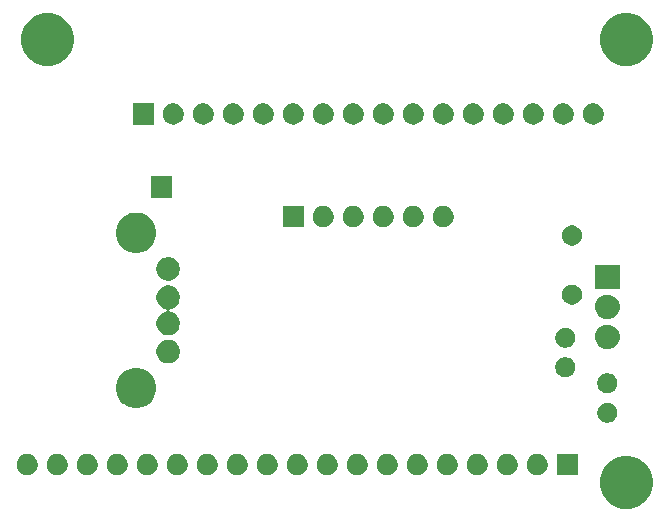
<source format=gbr>
G04 #@! TF.GenerationSoftware,KiCad,Pcbnew,(5.1.5)-3*
G04 #@! TF.CreationDate,2020-02-07T13:22:38-05:00*
G04 #@! TF.ProjectId,Flash Memory BoB,466c6173-6820-44d6-956d-6f727920426f,rev?*
G04 #@! TF.SameCoordinates,Original*
G04 #@! TF.FileFunction,Soldermask,Bot*
G04 #@! TF.FilePolarity,Negative*
%FSLAX46Y46*%
G04 Gerber Fmt 4.6, Leading zero omitted, Abs format (unit mm)*
G04 Created by KiCad (PCBNEW (5.1.5)-3) date 2020-02-07 13:22:38*
%MOMM*%
%LPD*%
G04 APERTURE LIST*
%ADD10C,0.100000*%
G04 APERTURE END LIST*
D10*
G36*
X132275880Y-73759776D02*
G01*
X132656593Y-73835504D01*
X133066249Y-74005189D01*
X133434929Y-74251534D01*
X133748466Y-74565071D01*
X133994811Y-74933751D01*
X134164496Y-75343407D01*
X134251000Y-75778296D01*
X134251000Y-76221704D01*
X134164496Y-76656593D01*
X133994811Y-77066249D01*
X133748466Y-77434929D01*
X133434929Y-77748466D01*
X133066249Y-77994811D01*
X132656593Y-78164496D01*
X132275880Y-78240224D01*
X132221705Y-78251000D01*
X131778295Y-78251000D01*
X131724120Y-78240224D01*
X131343407Y-78164496D01*
X130933751Y-77994811D01*
X130565071Y-77748466D01*
X130251534Y-77434929D01*
X130005189Y-77066249D01*
X129835504Y-76656593D01*
X129749000Y-76221704D01*
X129749000Y-75778296D01*
X129835504Y-75343407D01*
X130005189Y-74933751D01*
X130251534Y-74565071D01*
X130565071Y-74251534D01*
X130933751Y-74005189D01*
X131343407Y-73835504D01*
X131724120Y-73759776D01*
X131778295Y-73749000D01*
X132221705Y-73749000D01*
X132275880Y-73759776D01*
G37*
G36*
X91553512Y-73603927D02*
G01*
X91702812Y-73633624D01*
X91866784Y-73701544D01*
X92014354Y-73800147D01*
X92139853Y-73925646D01*
X92238456Y-74073216D01*
X92306376Y-74237188D01*
X92341000Y-74411259D01*
X92341000Y-74588741D01*
X92306376Y-74762812D01*
X92238456Y-74926784D01*
X92139853Y-75074354D01*
X92014354Y-75199853D01*
X91866784Y-75298456D01*
X91702812Y-75366376D01*
X91553512Y-75396073D01*
X91528742Y-75401000D01*
X91351258Y-75401000D01*
X91326488Y-75396073D01*
X91177188Y-75366376D01*
X91013216Y-75298456D01*
X90865646Y-75199853D01*
X90740147Y-75074354D01*
X90641544Y-74926784D01*
X90573624Y-74762812D01*
X90539000Y-74588741D01*
X90539000Y-74411259D01*
X90573624Y-74237188D01*
X90641544Y-74073216D01*
X90740147Y-73925646D01*
X90865646Y-73800147D01*
X91013216Y-73701544D01*
X91177188Y-73633624D01*
X91326488Y-73603927D01*
X91351258Y-73599000D01*
X91528742Y-73599000D01*
X91553512Y-73603927D01*
G37*
G36*
X81393512Y-73603927D02*
G01*
X81542812Y-73633624D01*
X81706784Y-73701544D01*
X81854354Y-73800147D01*
X81979853Y-73925646D01*
X82078456Y-74073216D01*
X82146376Y-74237188D01*
X82181000Y-74411259D01*
X82181000Y-74588741D01*
X82146376Y-74762812D01*
X82078456Y-74926784D01*
X81979853Y-75074354D01*
X81854354Y-75199853D01*
X81706784Y-75298456D01*
X81542812Y-75366376D01*
X81393512Y-75396073D01*
X81368742Y-75401000D01*
X81191258Y-75401000D01*
X81166488Y-75396073D01*
X81017188Y-75366376D01*
X80853216Y-75298456D01*
X80705646Y-75199853D01*
X80580147Y-75074354D01*
X80481544Y-74926784D01*
X80413624Y-74762812D01*
X80379000Y-74588741D01*
X80379000Y-74411259D01*
X80413624Y-74237188D01*
X80481544Y-74073216D01*
X80580147Y-73925646D01*
X80705646Y-73800147D01*
X80853216Y-73701544D01*
X81017188Y-73633624D01*
X81166488Y-73603927D01*
X81191258Y-73599000D01*
X81368742Y-73599000D01*
X81393512Y-73603927D01*
G37*
G36*
X83933512Y-73603927D02*
G01*
X84082812Y-73633624D01*
X84246784Y-73701544D01*
X84394354Y-73800147D01*
X84519853Y-73925646D01*
X84618456Y-74073216D01*
X84686376Y-74237188D01*
X84721000Y-74411259D01*
X84721000Y-74588741D01*
X84686376Y-74762812D01*
X84618456Y-74926784D01*
X84519853Y-75074354D01*
X84394354Y-75199853D01*
X84246784Y-75298456D01*
X84082812Y-75366376D01*
X83933512Y-75396073D01*
X83908742Y-75401000D01*
X83731258Y-75401000D01*
X83706488Y-75396073D01*
X83557188Y-75366376D01*
X83393216Y-75298456D01*
X83245646Y-75199853D01*
X83120147Y-75074354D01*
X83021544Y-74926784D01*
X82953624Y-74762812D01*
X82919000Y-74588741D01*
X82919000Y-74411259D01*
X82953624Y-74237188D01*
X83021544Y-74073216D01*
X83120147Y-73925646D01*
X83245646Y-73800147D01*
X83393216Y-73701544D01*
X83557188Y-73633624D01*
X83706488Y-73603927D01*
X83731258Y-73599000D01*
X83908742Y-73599000D01*
X83933512Y-73603927D01*
G37*
G36*
X86473512Y-73603927D02*
G01*
X86622812Y-73633624D01*
X86786784Y-73701544D01*
X86934354Y-73800147D01*
X87059853Y-73925646D01*
X87158456Y-74073216D01*
X87226376Y-74237188D01*
X87261000Y-74411259D01*
X87261000Y-74588741D01*
X87226376Y-74762812D01*
X87158456Y-74926784D01*
X87059853Y-75074354D01*
X86934354Y-75199853D01*
X86786784Y-75298456D01*
X86622812Y-75366376D01*
X86473512Y-75396073D01*
X86448742Y-75401000D01*
X86271258Y-75401000D01*
X86246488Y-75396073D01*
X86097188Y-75366376D01*
X85933216Y-75298456D01*
X85785646Y-75199853D01*
X85660147Y-75074354D01*
X85561544Y-74926784D01*
X85493624Y-74762812D01*
X85459000Y-74588741D01*
X85459000Y-74411259D01*
X85493624Y-74237188D01*
X85561544Y-74073216D01*
X85660147Y-73925646D01*
X85785646Y-73800147D01*
X85933216Y-73701544D01*
X86097188Y-73633624D01*
X86246488Y-73603927D01*
X86271258Y-73599000D01*
X86448742Y-73599000D01*
X86473512Y-73603927D01*
G37*
G36*
X89013512Y-73603927D02*
G01*
X89162812Y-73633624D01*
X89326784Y-73701544D01*
X89474354Y-73800147D01*
X89599853Y-73925646D01*
X89698456Y-74073216D01*
X89766376Y-74237188D01*
X89801000Y-74411259D01*
X89801000Y-74588741D01*
X89766376Y-74762812D01*
X89698456Y-74926784D01*
X89599853Y-75074354D01*
X89474354Y-75199853D01*
X89326784Y-75298456D01*
X89162812Y-75366376D01*
X89013512Y-75396073D01*
X88988742Y-75401000D01*
X88811258Y-75401000D01*
X88786488Y-75396073D01*
X88637188Y-75366376D01*
X88473216Y-75298456D01*
X88325646Y-75199853D01*
X88200147Y-75074354D01*
X88101544Y-74926784D01*
X88033624Y-74762812D01*
X87999000Y-74588741D01*
X87999000Y-74411259D01*
X88033624Y-74237188D01*
X88101544Y-74073216D01*
X88200147Y-73925646D01*
X88325646Y-73800147D01*
X88473216Y-73701544D01*
X88637188Y-73633624D01*
X88786488Y-73603927D01*
X88811258Y-73599000D01*
X88988742Y-73599000D01*
X89013512Y-73603927D01*
G37*
G36*
X94093512Y-73603927D02*
G01*
X94242812Y-73633624D01*
X94406784Y-73701544D01*
X94554354Y-73800147D01*
X94679853Y-73925646D01*
X94778456Y-74073216D01*
X94846376Y-74237188D01*
X94881000Y-74411259D01*
X94881000Y-74588741D01*
X94846376Y-74762812D01*
X94778456Y-74926784D01*
X94679853Y-75074354D01*
X94554354Y-75199853D01*
X94406784Y-75298456D01*
X94242812Y-75366376D01*
X94093512Y-75396073D01*
X94068742Y-75401000D01*
X93891258Y-75401000D01*
X93866488Y-75396073D01*
X93717188Y-75366376D01*
X93553216Y-75298456D01*
X93405646Y-75199853D01*
X93280147Y-75074354D01*
X93181544Y-74926784D01*
X93113624Y-74762812D01*
X93079000Y-74588741D01*
X93079000Y-74411259D01*
X93113624Y-74237188D01*
X93181544Y-74073216D01*
X93280147Y-73925646D01*
X93405646Y-73800147D01*
X93553216Y-73701544D01*
X93717188Y-73633624D01*
X93866488Y-73603927D01*
X93891258Y-73599000D01*
X94068742Y-73599000D01*
X94093512Y-73603927D01*
G37*
G36*
X96633512Y-73603927D02*
G01*
X96782812Y-73633624D01*
X96946784Y-73701544D01*
X97094354Y-73800147D01*
X97219853Y-73925646D01*
X97318456Y-74073216D01*
X97386376Y-74237188D01*
X97421000Y-74411259D01*
X97421000Y-74588741D01*
X97386376Y-74762812D01*
X97318456Y-74926784D01*
X97219853Y-75074354D01*
X97094354Y-75199853D01*
X96946784Y-75298456D01*
X96782812Y-75366376D01*
X96633512Y-75396073D01*
X96608742Y-75401000D01*
X96431258Y-75401000D01*
X96406488Y-75396073D01*
X96257188Y-75366376D01*
X96093216Y-75298456D01*
X95945646Y-75199853D01*
X95820147Y-75074354D01*
X95721544Y-74926784D01*
X95653624Y-74762812D01*
X95619000Y-74588741D01*
X95619000Y-74411259D01*
X95653624Y-74237188D01*
X95721544Y-74073216D01*
X95820147Y-73925646D01*
X95945646Y-73800147D01*
X96093216Y-73701544D01*
X96257188Y-73633624D01*
X96406488Y-73603927D01*
X96431258Y-73599000D01*
X96608742Y-73599000D01*
X96633512Y-73603927D01*
G37*
G36*
X99173512Y-73603927D02*
G01*
X99322812Y-73633624D01*
X99486784Y-73701544D01*
X99634354Y-73800147D01*
X99759853Y-73925646D01*
X99858456Y-74073216D01*
X99926376Y-74237188D01*
X99961000Y-74411259D01*
X99961000Y-74588741D01*
X99926376Y-74762812D01*
X99858456Y-74926784D01*
X99759853Y-75074354D01*
X99634354Y-75199853D01*
X99486784Y-75298456D01*
X99322812Y-75366376D01*
X99173512Y-75396073D01*
X99148742Y-75401000D01*
X98971258Y-75401000D01*
X98946488Y-75396073D01*
X98797188Y-75366376D01*
X98633216Y-75298456D01*
X98485646Y-75199853D01*
X98360147Y-75074354D01*
X98261544Y-74926784D01*
X98193624Y-74762812D01*
X98159000Y-74588741D01*
X98159000Y-74411259D01*
X98193624Y-74237188D01*
X98261544Y-74073216D01*
X98360147Y-73925646D01*
X98485646Y-73800147D01*
X98633216Y-73701544D01*
X98797188Y-73633624D01*
X98946488Y-73603927D01*
X98971258Y-73599000D01*
X99148742Y-73599000D01*
X99173512Y-73603927D01*
G37*
G36*
X101713512Y-73603927D02*
G01*
X101862812Y-73633624D01*
X102026784Y-73701544D01*
X102174354Y-73800147D01*
X102299853Y-73925646D01*
X102398456Y-74073216D01*
X102466376Y-74237188D01*
X102501000Y-74411259D01*
X102501000Y-74588741D01*
X102466376Y-74762812D01*
X102398456Y-74926784D01*
X102299853Y-75074354D01*
X102174354Y-75199853D01*
X102026784Y-75298456D01*
X101862812Y-75366376D01*
X101713512Y-75396073D01*
X101688742Y-75401000D01*
X101511258Y-75401000D01*
X101486488Y-75396073D01*
X101337188Y-75366376D01*
X101173216Y-75298456D01*
X101025646Y-75199853D01*
X100900147Y-75074354D01*
X100801544Y-74926784D01*
X100733624Y-74762812D01*
X100699000Y-74588741D01*
X100699000Y-74411259D01*
X100733624Y-74237188D01*
X100801544Y-74073216D01*
X100900147Y-73925646D01*
X101025646Y-73800147D01*
X101173216Y-73701544D01*
X101337188Y-73633624D01*
X101486488Y-73603927D01*
X101511258Y-73599000D01*
X101688742Y-73599000D01*
X101713512Y-73603927D01*
G37*
G36*
X109333512Y-73603927D02*
G01*
X109482812Y-73633624D01*
X109646784Y-73701544D01*
X109794354Y-73800147D01*
X109919853Y-73925646D01*
X110018456Y-74073216D01*
X110086376Y-74237188D01*
X110121000Y-74411259D01*
X110121000Y-74588741D01*
X110086376Y-74762812D01*
X110018456Y-74926784D01*
X109919853Y-75074354D01*
X109794354Y-75199853D01*
X109646784Y-75298456D01*
X109482812Y-75366376D01*
X109333512Y-75396073D01*
X109308742Y-75401000D01*
X109131258Y-75401000D01*
X109106488Y-75396073D01*
X108957188Y-75366376D01*
X108793216Y-75298456D01*
X108645646Y-75199853D01*
X108520147Y-75074354D01*
X108421544Y-74926784D01*
X108353624Y-74762812D01*
X108319000Y-74588741D01*
X108319000Y-74411259D01*
X108353624Y-74237188D01*
X108421544Y-74073216D01*
X108520147Y-73925646D01*
X108645646Y-73800147D01*
X108793216Y-73701544D01*
X108957188Y-73633624D01*
X109106488Y-73603927D01*
X109131258Y-73599000D01*
X109308742Y-73599000D01*
X109333512Y-73603927D01*
G37*
G36*
X104253512Y-73603927D02*
G01*
X104402812Y-73633624D01*
X104566784Y-73701544D01*
X104714354Y-73800147D01*
X104839853Y-73925646D01*
X104938456Y-74073216D01*
X105006376Y-74237188D01*
X105041000Y-74411259D01*
X105041000Y-74588741D01*
X105006376Y-74762812D01*
X104938456Y-74926784D01*
X104839853Y-75074354D01*
X104714354Y-75199853D01*
X104566784Y-75298456D01*
X104402812Y-75366376D01*
X104253512Y-75396073D01*
X104228742Y-75401000D01*
X104051258Y-75401000D01*
X104026488Y-75396073D01*
X103877188Y-75366376D01*
X103713216Y-75298456D01*
X103565646Y-75199853D01*
X103440147Y-75074354D01*
X103341544Y-74926784D01*
X103273624Y-74762812D01*
X103239000Y-74588741D01*
X103239000Y-74411259D01*
X103273624Y-74237188D01*
X103341544Y-74073216D01*
X103440147Y-73925646D01*
X103565646Y-73800147D01*
X103713216Y-73701544D01*
X103877188Y-73633624D01*
X104026488Y-73603927D01*
X104051258Y-73599000D01*
X104228742Y-73599000D01*
X104253512Y-73603927D01*
G37*
G36*
X127901000Y-75401000D02*
G01*
X126099000Y-75401000D01*
X126099000Y-73599000D01*
X127901000Y-73599000D01*
X127901000Y-75401000D01*
G37*
G36*
X124573512Y-73603927D02*
G01*
X124722812Y-73633624D01*
X124886784Y-73701544D01*
X125034354Y-73800147D01*
X125159853Y-73925646D01*
X125258456Y-74073216D01*
X125326376Y-74237188D01*
X125361000Y-74411259D01*
X125361000Y-74588741D01*
X125326376Y-74762812D01*
X125258456Y-74926784D01*
X125159853Y-75074354D01*
X125034354Y-75199853D01*
X124886784Y-75298456D01*
X124722812Y-75366376D01*
X124573512Y-75396073D01*
X124548742Y-75401000D01*
X124371258Y-75401000D01*
X124346488Y-75396073D01*
X124197188Y-75366376D01*
X124033216Y-75298456D01*
X123885646Y-75199853D01*
X123760147Y-75074354D01*
X123661544Y-74926784D01*
X123593624Y-74762812D01*
X123559000Y-74588741D01*
X123559000Y-74411259D01*
X123593624Y-74237188D01*
X123661544Y-74073216D01*
X123760147Y-73925646D01*
X123885646Y-73800147D01*
X124033216Y-73701544D01*
X124197188Y-73633624D01*
X124346488Y-73603927D01*
X124371258Y-73599000D01*
X124548742Y-73599000D01*
X124573512Y-73603927D01*
G37*
G36*
X122033512Y-73603927D02*
G01*
X122182812Y-73633624D01*
X122346784Y-73701544D01*
X122494354Y-73800147D01*
X122619853Y-73925646D01*
X122718456Y-74073216D01*
X122786376Y-74237188D01*
X122821000Y-74411259D01*
X122821000Y-74588741D01*
X122786376Y-74762812D01*
X122718456Y-74926784D01*
X122619853Y-75074354D01*
X122494354Y-75199853D01*
X122346784Y-75298456D01*
X122182812Y-75366376D01*
X122033512Y-75396073D01*
X122008742Y-75401000D01*
X121831258Y-75401000D01*
X121806488Y-75396073D01*
X121657188Y-75366376D01*
X121493216Y-75298456D01*
X121345646Y-75199853D01*
X121220147Y-75074354D01*
X121121544Y-74926784D01*
X121053624Y-74762812D01*
X121019000Y-74588741D01*
X121019000Y-74411259D01*
X121053624Y-74237188D01*
X121121544Y-74073216D01*
X121220147Y-73925646D01*
X121345646Y-73800147D01*
X121493216Y-73701544D01*
X121657188Y-73633624D01*
X121806488Y-73603927D01*
X121831258Y-73599000D01*
X122008742Y-73599000D01*
X122033512Y-73603927D01*
G37*
G36*
X119493512Y-73603927D02*
G01*
X119642812Y-73633624D01*
X119806784Y-73701544D01*
X119954354Y-73800147D01*
X120079853Y-73925646D01*
X120178456Y-74073216D01*
X120246376Y-74237188D01*
X120281000Y-74411259D01*
X120281000Y-74588741D01*
X120246376Y-74762812D01*
X120178456Y-74926784D01*
X120079853Y-75074354D01*
X119954354Y-75199853D01*
X119806784Y-75298456D01*
X119642812Y-75366376D01*
X119493512Y-75396073D01*
X119468742Y-75401000D01*
X119291258Y-75401000D01*
X119266488Y-75396073D01*
X119117188Y-75366376D01*
X118953216Y-75298456D01*
X118805646Y-75199853D01*
X118680147Y-75074354D01*
X118581544Y-74926784D01*
X118513624Y-74762812D01*
X118479000Y-74588741D01*
X118479000Y-74411259D01*
X118513624Y-74237188D01*
X118581544Y-74073216D01*
X118680147Y-73925646D01*
X118805646Y-73800147D01*
X118953216Y-73701544D01*
X119117188Y-73633624D01*
X119266488Y-73603927D01*
X119291258Y-73599000D01*
X119468742Y-73599000D01*
X119493512Y-73603927D01*
G37*
G36*
X116953512Y-73603927D02*
G01*
X117102812Y-73633624D01*
X117266784Y-73701544D01*
X117414354Y-73800147D01*
X117539853Y-73925646D01*
X117638456Y-74073216D01*
X117706376Y-74237188D01*
X117741000Y-74411259D01*
X117741000Y-74588741D01*
X117706376Y-74762812D01*
X117638456Y-74926784D01*
X117539853Y-75074354D01*
X117414354Y-75199853D01*
X117266784Y-75298456D01*
X117102812Y-75366376D01*
X116953512Y-75396073D01*
X116928742Y-75401000D01*
X116751258Y-75401000D01*
X116726488Y-75396073D01*
X116577188Y-75366376D01*
X116413216Y-75298456D01*
X116265646Y-75199853D01*
X116140147Y-75074354D01*
X116041544Y-74926784D01*
X115973624Y-74762812D01*
X115939000Y-74588741D01*
X115939000Y-74411259D01*
X115973624Y-74237188D01*
X116041544Y-74073216D01*
X116140147Y-73925646D01*
X116265646Y-73800147D01*
X116413216Y-73701544D01*
X116577188Y-73633624D01*
X116726488Y-73603927D01*
X116751258Y-73599000D01*
X116928742Y-73599000D01*
X116953512Y-73603927D01*
G37*
G36*
X114413512Y-73603927D02*
G01*
X114562812Y-73633624D01*
X114726784Y-73701544D01*
X114874354Y-73800147D01*
X114999853Y-73925646D01*
X115098456Y-74073216D01*
X115166376Y-74237188D01*
X115201000Y-74411259D01*
X115201000Y-74588741D01*
X115166376Y-74762812D01*
X115098456Y-74926784D01*
X114999853Y-75074354D01*
X114874354Y-75199853D01*
X114726784Y-75298456D01*
X114562812Y-75366376D01*
X114413512Y-75396073D01*
X114388742Y-75401000D01*
X114211258Y-75401000D01*
X114186488Y-75396073D01*
X114037188Y-75366376D01*
X113873216Y-75298456D01*
X113725646Y-75199853D01*
X113600147Y-75074354D01*
X113501544Y-74926784D01*
X113433624Y-74762812D01*
X113399000Y-74588741D01*
X113399000Y-74411259D01*
X113433624Y-74237188D01*
X113501544Y-74073216D01*
X113600147Y-73925646D01*
X113725646Y-73800147D01*
X113873216Y-73701544D01*
X114037188Y-73633624D01*
X114186488Y-73603927D01*
X114211258Y-73599000D01*
X114388742Y-73599000D01*
X114413512Y-73603927D01*
G37*
G36*
X111873512Y-73603927D02*
G01*
X112022812Y-73633624D01*
X112186784Y-73701544D01*
X112334354Y-73800147D01*
X112459853Y-73925646D01*
X112558456Y-74073216D01*
X112626376Y-74237188D01*
X112661000Y-74411259D01*
X112661000Y-74588741D01*
X112626376Y-74762812D01*
X112558456Y-74926784D01*
X112459853Y-75074354D01*
X112334354Y-75199853D01*
X112186784Y-75298456D01*
X112022812Y-75366376D01*
X111873512Y-75396073D01*
X111848742Y-75401000D01*
X111671258Y-75401000D01*
X111646488Y-75396073D01*
X111497188Y-75366376D01*
X111333216Y-75298456D01*
X111185646Y-75199853D01*
X111060147Y-75074354D01*
X110961544Y-74926784D01*
X110893624Y-74762812D01*
X110859000Y-74588741D01*
X110859000Y-74411259D01*
X110893624Y-74237188D01*
X110961544Y-74073216D01*
X111060147Y-73925646D01*
X111185646Y-73800147D01*
X111333216Y-73701544D01*
X111497188Y-73633624D01*
X111646488Y-73603927D01*
X111671258Y-73599000D01*
X111848742Y-73599000D01*
X111873512Y-73603927D01*
G37*
G36*
X106793512Y-73603927D02*
G01*
X106942812Y-73633624D01*
X107106784Y-73701544D01*
X107254354Y-73800147D01*
X107379853Y-73925646D01*
X107478456Y-74073216D01*
X107546376Y-74237188D01*
X107581000Y-74411259D01*
X107581000Y-74588741D01*
X107546376Y-74762812D01*
X107478456Y-74926784D01*
X107379853Y-75074354D01*
X107254354Y-75199853D01*
X107106784Y-75298456D01*
X106942812Y-75366376D01*
X106793512Y-75396073D01*
X106768742Y-75401000D01*
X106591258Y-75401000D01*
X106566488Y-75396073D01*
X106417188Y-75366376D01*
X106253216Y-75298456D01*
X106105646Y-75199853D01*
X105980147Y-75074354D01*
X105881544Y-74926784D01*
X105813624Y-74762812D01*
X105779000Y-74588741D01*
X105779000Y-74411259D01*
X105813624Y-74237188D01*
X105881544Y-74073216D01*
X105980147Y-73925646D01*
X106105646Y-73800147D01*
X106253216Y-73701544D01*
X106417188Y-73633624D01*
X106566488Y-73603927D01*
X106591258Y-73599000D01*
X106768742Y-73599000D01*
X106793512Y-73603927D01*
G37*
G36*
X130648228Y-69281703D02*
G01*
X130803100Y-69345853D01*
X130942481Y-69438985D01*
X131061015Y-69557519D01*
X131154147Y-69696900D01*
X131218297Y-69851772D01*
X131251000Y-70016184D01*
X131251000Y-70183816D01*
X131218297Y-70348228D01*
X131154147Y-70503100D01*
X131061015Y-70642481D01*
X130942481Y-70761015D01*
X130803100Y-70854147D01*
X130648228Y-70918297D01*
X130483816Y-70951000D01*
X130316184Y-70951000D01*
X130151772Y-70918297D01*
X129996900Y-70854147D01*
X129857519Y-70761015D01*
X129738985Y-70642481D01*
X129645853Y-70503100D01*
X129581703Y-70348228D01*
X129549000Y-70183816D01*
X129549000Y-70016184D01*
X129581703Y-69851772D01*
X129645853Y-69696900D01*
X129738985Y-69557519D01*
X129857519Y-69438985D01*
X129996900Y-69345853D01*
X130151772Y-69281703D01*
X130316184Y-69249000D01*
X130483816Y-69249000D01*
X130648228Y-69281703D01*
G37*
G36*
X90996162Y-66364368D02*
G01*
X91305724Y-66492593D01*
X91398170Y-66554363D01*
X91584324Y-66678747D01*
X91821253Y-66915676D01*
X91945082Y-67101000D01*
X92007407Y-67194276D01*
X92135632Y-67503838D01*
X92201000Y-67832465D01*
X92201000Y-68167535D01*
X92135632Y-68496162D01*
X92007407Y-68805724D01*
X92007406Y-68805725D01*
X91821253Y-69084324D01*
X91584324Y-69321253D01*
X91547507Y-69345853D01*
X91305724Y-69507407D01*
X90996162Y-69635632D01*
X90667535Y-69701000D01*
X90332465Y-69701000D01*
X90003838Y-69635632D01*
X89694276Y-69507407D01*
X89452493Y-69345853D01*
X89415676Y-69321253D01*
X89178747Y-69084324D01*
X88992594Y-68805725D01*
X88992593Y-68805724D01*
X88864368Y-68496162D01*
X88799000Y-68167535D01*
X88799000Y-67832465D01*
X88864368Y-67503838D01*
X88992593Y-67194276D01*
X89054918Y-67101000D01*
X89178747Y-66915676D01*
X89415676Y-66678747D01*
X89601830Y-66554363D01*
X89694276Y-66492593D01*
X90003838Y-66364368D01*
X90332465Y-66299000D01*
X90667535Y-66299000D01*
X90996162Y-66364368D01*
G37*
G36*
X130648228Y-66781703D02*
G01*
X130803100Y-66845853D01*
X130942481Y-66938985D01*
X131061015Y-67057519D01*
X131154147Y-67196900D01*
X131218297Y-67351772D01*
X131251000Y-67516184D01*
X131251000Y-67683816D01*
X131218297Y-67848228D01*
X131154147Y-68003100D01*
X131061015Y-68142481D01*
X130942481Y-68261015D01*
X130803100Y-68354147D01*
X130648228Y-68418297D01*
X130483816Y-68451000D01*
X130316184Y-68451000D01*
X130151772Y-68418297D01*
X129996900Y-68354147D01*
X129857519Y-68261015D01*
X129738985Y-68142481D01*
X129645853Y-68003100D01*
X129581703Y-67848228D01*
X129549000Y-67683816D01*
X129549000Y-67516184D01*
X129581703Y-67351772D01*
X129645853Y-67196900D01*
X129738985Y-67057519D01*
X129857519Y-66938985D01*
X129996900Y-66845853D01*
X130151772Y-66781703D01*
X130316184Y-66749000D01*
X130483816Y-66749000D01*
X130648228Y-66781703D01*
G37*
G36*
X127098228Y-65431703D02*
G01*
X127253100Y-65495853D01*
X127392481Y-65588985D01*
X127511015Y-65707519D01*
X127604147Y-65846900D01*
X127668297Y-66001772D01*
X127701000Y-66166184D01*
X127701000Y-66333816D01*
X127668297Y-66498228D01*
X127604147Y-66653100D01*
X127511015Y-66792481D01*
X127392481Y-66911015D01*
X127253100Y-67004147D01*
X127098228Y-67068297D01*
X126933816Y-67101000D01*
X126766184Y-67101000D01*
X126601772Y-67068297D01*
X126446900Y-67004147D01*
X126307519Y-66911015D01*
X126188985Y-66792481D01*
X126095853Y-66653100D01*
X126031703Y-66498228D01*
X125999000Y-66333816D01*
X125999000Y-66166184D01*
X126031703Y-66001772D01*
X126095853Y-65846900D01*
X126188985Y-65707519D01*
X126307519Y-65588985D01*
X126446900Y-65495853D01*
X126601772Y-65431703D01*
X126766184Y-65399000D01*
X126933816Y-65399000D01*
X127098228Y-65431703D01*
G37*
G36*
X93501981Y-63967468D02*
G01*
X93684151Y-64042926D01*
X93848100Y-64152473D01*
X93987527Y-64291900D01*
X94097074Y-64455849D01*
X94172532Y-64638019D01*
X94211000Y-64831410D01*
X94211000Y-65028590D01*
X94172532Y-65221981D01*
X94097074Y-65404151D01*
X93987527Y-65568100D01*
X93848100Y-65707527D01*
X93684151Y-65817074D01*
X93501981Y-65892532D01*
X93405285Y-65911766D01*
X93308591Y-65931000D01*
X93111409Y-65931000D01*
X93014715Y-65911766D01*
X92918019Y-65892532D01*
X92735849Y-65817074D01*
X92571900Y-65707527D01*
X92432473Y-65568100D01*
X92322926Y-65404151D01*
X92247468Y-65221981D01*
X92209000Y-65028590D01*
X92209000Y-64831410D01*
X92247468Y-64638019D01*
X92322926Y-64455849D01*
X92432473Y-64291900D01*
X92571900Y-64152473D01*
X92735849Y-64042926D01*
X92918019Y-63967468D01*
X93111409Y-63929000D01*
X93308591Y-63929000D01*
X93501981Y-63967468D01*
G37*
G36*
X130545936Y-62681340D02*
G01*
X130644220Y-62691020D01*
X130833381Y-62748401D01*
X131007712Y-62841583D01*
X131160515Y-62966985D01*
X131285917Y-63119788D01*
X131379099Y-63294119D01*
X131436480Y-63483280D01*
X131455855Y-63680000D01*
X131436480Y-63876720D01*
X131379099Y-64065881D01*
X131285917Y-64240212D01*
X131160515Y-64393015D01*
X131007712Y-64518417D01*
X130833381Y-64611599D01*
X130644220Y-64668980D01*
X130545936Y-64678660D01*
X130496795Y-64683500D01*
X130303205Y-64683500D01*
X130254064Y-64678660D01*
X130155780Y-64668980D01*
X129966619Y-64611599D01*
X129792288Y-64518417D01*
X129639485Y-64393015D01*
X129514083Y-64240212D01*
X129420901Y-64065881D01*
X129363520Y-63876720D01*
X129344145Y-63680000D01*
X129363520Y-63483280D01*
X129420901Y-63294119D01*
X129514083Y-63119788D01*
X129639485Y-62966985D01*
X129792288Y-62841583D01*
X129966619Y-62748401D01*
X130155780Y-62691020D01*
X130254064Y-62681340D01*
X130303205Y-62676500D01*
X130496795Y-62676500D01*
X130545936Y-62681340D01*
G37*
G36*
X127098228Y-62931703D02*
G01*
X127253100Y-62995853D01*
X127392481Y-63088985D01*
X127511015Y-63207519D01*
X127604147Y-63346900D01*
X127668297Y-63501772D01*
X127701000Y-63666184D01*
X127701000Y-63833816D01*
X127668297Y-63998228D01*
X127604147Y-64153100D01*
X127511015Y-64292481D01*
X127392481Y-64411015D01*
X127253100Y-64504147D01*
X127098228Y-64568297D01*
X126933816Y-64601000D01*
X126766184Y-64601000D01*
X126601772Y-64568297D01*
X126446900Y-64504147D01*
X126307519Y-64411015D01*
X126188985Y-64292481D01*
X126095853Y-64153100D01*
X126031703Y-63998228D01*
X125999000Y-63833816D01*
X125999000Y-63666184D01*
X126031703Y-63501772D01*
X126095853Y-63346900D01*
X126188985Y-63207519D01*
X126307519Y-63088985D01*
X126446900Y-62995853D01*
X126601772Y-62931703D01*
X126766184Y-62899000D01*
X126933816Y-62899000D01*
X127098228Y-62931703D01*
G37*
G36*
X93501981Y-59367468D02*
G01*
X93684151Y-59442926D01*
X93848100Y-59552473D01*
X93987527Y-59691900D01*
X94097074Y-59855849D01*
X94163488Y-60016184D01*
X94172532Y-60038020D01*
X94206424Y-60208402D01*
X94211000Y-60231410D01*
X94211000Y-60428590D01*
X94172532Y-60621981D01*
X94097074Y-60804151D01*
X93987527Y-60968100D01*
X93848100Y-61107527D01*
X93684151Y-61217074D01*
X93501981Y-61292532D01*
X93444325Y-61304000D01*
X93427220Y-61307403D01*
X93403771Y-61314516D01*
X93382160Y-61326067D01*
X93363218Y-61341613D01*
X93347673Y-61360555D01*
X93336122Y-61382165D01*
X93329009Y-61405614D01*
X93326607Y-61430000D01*
X93329009Y-61454386D01*
X93336122Y-61477835D01*
X93347673Y-61499446D01*
X93363219Y-61518388D01*
X93382161Y-61533933D01*
X93403771Y-61545484D01*
X93427221Y-61552597D01*
X93501981Y-61567468D01*
X93684151Y-61642926D01*
X93848100Y-61752473D01*
X93987527Y-61891900D01*
X94097074Y-62055849D01*
X94172532Y-62238019D01*
X94211000Y-62431410D01*
X94211000Y-62628590D01*
X94172532Y-62821981D01*
X94097074Y-63004151D01*
X93987527Y-63168100D01*
X93848100Y-63307527D01*
X93684151Y-63417074D01*
X93501981Y-63492532D01*
X93405285Y-63511766D01*
X93308591Y-63531000D01*
X93111409Y-63531000D01*
X93014715Y-63511766D01*
X92918019Y-63492532D01*
X92735849Y-63417074D01*
X92571900Y-63307527D01*
X92432473Y-63168100D01*
X92322926Y-63004151D01*
X92247468Y-62821981D01*
X92209000Y-62628590D01*
X92209000Y-62431410D01*
X92247468Y-62238019D01*
X92322926Y-62055849D01*
X92432473Y-61891900D01*
X92571900Y-61752473D01*
X92735849Y-61642926D01*
X92918019Y-61567468D01*
X92992779Y-61552597D01*
X93016229Y-61545484D01*
X93037840Y-61533933D01*
X93056782Y-61518387D01*
X93072327Y-61499445D01*
X93083878Y-61477835D01*
X93090991Y-61454386D01*
X93093393Y-61430000D01*
X93090991Y-61405614D01*
X93083878Y-61382165D01*
X93072327Y-61360554D01*
X93056781Y-61341612D01*
X93037839Y-61326067D01*
X93016229Y-61314516D01*
X92992780Y-61307403D01*
X92975675Y-61304000D01*
X92918019Y-61292532D01*
X92735849Y-61217074D01*
X92571900Y-61107527D01*
X92432473Y-60968100D01*
X92322926Y-60804151D01*
X92247468Y-60621981D01*
X92209000Y-60428590D01*
X92209000Y-60231410D01*
X92213577Y-60208402D01*
X92247468Y-60038020D01*
X92256513Y-60016184D01*
X92322926Y-59855849D01*
X92432473Y-59691900D01*
X92571900Y-59552473D01*
X92735849Y-59442926D01*
X92918019Y-59367468D01*
X93111409Y-59329000D01*
X93308591Y-59329000D01*
X93501981Y-59367468D01*
G37*
G36*
X130545936Y-60141340D02*
G01*
X130644220Y-60151020D01*
X130833381Y-60208401D01*
X131007712Y-60301583D01*
X131160515Y-60426985D01*
X131285917Y-60579788D01*
X131379099Y-60754119D01*
X131436480Y-60943280D01*
X131455855Y-61140000D01*
X131436480Y-61336720D01*
X131379099Y-61525881D01*
X131285917Y-61700212D01*
X131160515Y-61853015D01*
X131007712Y-61978417D01*
X130833381Y-62071599D01*
X130644220Y-62128980D01*
X130545936Y-62138660D01*
X130496795Y-62143500D01*
X130303205Y-62143500D01*
X130254064Y-62138660D01*
X130155780Y-62128980D01*
X129966619Y-62071599D01*
X129792288Y-61978417D01*
X129639485Y-61853015D01*
X129514083Y-61700212D01*
X129420901Y-61525881D01*
X129363520Y-61336720D01*
X129344145Y-61140000D01*
X129363520Y-60943280D01*
X129420901Y-60754119D01*
X129514083Y-60579788D01*
X129639485Y-60426985D01*
X129792288Y-60301583D01*
X129966619Y-60208401D01*
X130155780Y-60151020D01*
X130254064Y-60141340D01*
X130303205Y-60136500D01*
X130496795Y-60136500D01*
X130545936Y-60141340D01*
G37*
G36*
X127648228Y-59281703D02*
G01*
X127803100Y-59345853D01*
X127942481Y-59438985D01*
X128061015Y-59557519D01*
X128154147Y-59696900D01*
X128218297Y-59851772D01*
X128251000Y-60016184D01*
X128251000Y-60183816D01*
X128218297Y-60348228D01*
X128154147Y-60503100D01*
X128061015Y-60642481D01*
X127942481Y-60761015D01*
X127803100Y-60854147D01*
X127648228Y-60918297D01*
X127483816Y-60951000D01*
X127316184Y-60951000D01*
X127151772Y-60918297D01*
X126996900Y-60854147D01*
X126857519Y-60761015D01*
X126738985Y-60642481D01*
X126645853Y-60503100D01*
X126581703Y-60348228D01*
X126549000Y-60183816D01*
X126549000Y-60016184D01*
X126581703Y-59851772D01*
X126645853Y-59696900D01*
X126738985Y-59557519D01*
X126857519Y-59438985D01*
X126996900Y-59345853D01*
X127151772Y-59281703D01*
X127316184Y-59249000D01*
X127483816Y-59249000D01*
X127648228Y-59281703D01*
G37*
G36*
X131451000Y-59603500D02*
G01*
X129349000Y-59603500D01*
X129349000Y-57596500D01*
X131451000Y-57596500D01*
X131451000Y-59603500D01*
G37*
G36*
X93405285Y-56948234D02*
G01*
X93501981Y-56967468D01*
X93684151Y-57042926D01*
X93848100Y-57152473D01*
X93987527Y-57291900D01*
X94097074Y-57455849D01*
X94172532Y-57638019D01*
X94211000Y-57831410D01*
X94211000Y-58028590D01*
X94172532Y-58221981D01*
X94097074Y-58404151D01*
X93987527Y-58568100D01*
X93848100Y-58707527D01*
X93684151Y-58817074D01*
X93501981Y-58892532D01*
X93308591Y-58931000D01*
X93111409Y-58931000D01*
X92918019Y-58892532D01*
X92735849Y-58817074D01*
X92571900Y-58707527D01*
X92432473Y-58568100D01*
X92322926Y-58404151D01*
X92247468Y-58221981D01*
X92209000Y-58028590D01*
X92209000Y-57831410D01*
X92247468Y-57638019D01*
X92322926Y-57455849D01*
X92432473Y-57291900D01*
X92571900Y-57152473D01*
X92735849Y-57042926D01*
X92918019Y-56967468D01*
X93014715Y-56948234D01*
X93111409Y-56929000D01*
X93308591Y-56929000D01*
X93405285Y-56948234D01*
G37*
G36*
X90996162Y-53224368D02*
G01*
X91305724Y-53352593D01*
X91305725Y-53352594D01*
X91584324Y-53538747D01*
X91821253Y-53775676D01*
X91922218Y-53926782D01*
X92007407Y-54054276D01*
X92135632Y-54363838D01*
X92201000Y-54692465D01*
X92201000Y-55027535D01*
X92135632Y-55356162D01*
X92007407Y-55665724D01*
X92007406Y-55665725D01*
X91821253Y-55944324D01*
X91584324Y-56181253D01*
X91398170Y-56305637D01*
X91305724Y-56367407D01*
X90996162Y-56495632D01*
X90667535Y-56561000D01*
X90332465Y-56561000D01*
X90003838Y-56495632D01*
X89694276Y-56367407D01*
X89601830Y-56305637D01*
X89415676Y-56181253D01*
X89178747Y-55944324D01*
X88992594Y-55665725D01*
X88992593Y-55665724D01*
X88864368Y-55356162D01*
X88799000Y-55027535D01*
X88799000Y-54692465D01*
X88864368Y-54363838D01*
X88992593Y-54054276D01*
X89077782Y-53926782D01*
X89178747Y-53775676D01*
X89415676Y-53538747D01*
X89694275Y-53352594D01*
X89694276Y-53352593D01*
X90003838Y-53224368D01*
X90332465Y-53159000D01*
X90667535Y-53159000D01*
X90996162Y-53224368D01*
G37*
G36*
X127648228Y-54281703D02*
G01*
X127803100Y-54345853D01*
X127942481Y-54438985D01*
X128061015Y-54557519D01*
X128154147Y-54696900D01*
X128218297Y-54851772D01*
X128251000Y-55016184D01*
X128251000Y-55183816D01*
X128218297Y-55348228D01*
X128154147Y-55503100D01*
X128061015Y-55642481D01*
X127942481Y-55761015D01*
X127803100Y-55854147D01*
X127648228Y-55918297D01*
X127483816Y-55951000D01*
X127316184Y-55951000D01*
X127151772Y-55918297D01*
X126996900Y-55854147D01*
X126857519Y-55761015D01*
X126738985Y-55642481D01*
X126645853Y-55503100D01*
X126581703Y-55348228D01*
X126549000Y-55183816D01*
X126549000Y-55016184D01*
X126581703Y-54851772D01*
X126645853Y-54696900D01*
X126738985Y-54557519D01*
X126857519Y-54438985D01*
X126996900Y-54345853D01*
X127151772Y-54281703D01*
X127316184Y-54249000D01*
X127483816Y-54249000D01*
X127648228Y-54281703D01*
G37*
G36*
X116613512Y-52603927D02*
G01*
X116762812Y-52633624D01*
X116926784Y-52701544D01*
X117074354Y-52800147D01*
X117199853Y-52925646D01*
X117298456Y-53073216D01*
X117366376Y-53237188D01*
X117401000Y-53411259D01*
X117401000Y-53588741D01*
X117366376Y-53762812D01*
X117298456Y-53926784D01*
X117199853Y-54074354D01*
X117074354Y-54199853D01*
X116926784Y-54298456D01*
X116762812Y-54366376D01*
X116613512Y-54396073D01*
X116588742Y-54401000D01*
X116411258Y-54401000D01*
X116386488Y-54396073D01*
X116237188Y-54366376D01*
X116073216Y-54298456D01*
X115925646Y-54199853D01*
X115800147Y-54074354D01*
X115701544Y-53926784D01*
X115633624Y-53762812D01*
X115599000Y-53588741D01*
X115599000Y-53411259D01*
X115633624Y-53237188D01*
X115701544Y-53073216D01*
X115800147Y-52925646D01*
X115925646Y-52800147D01*
X116073216Y-52701544D01*
X116237188Y-52633624D01*
X116386488Y-52603927D01*
X116411258Y-52599000D01*
X116588742Y-52599000D01*
X116613512Y-52603927D01*
G37*
G36*
X114073512Y-52603927D02*
G01*
X114222812Y-52633624D01*
X114386784Y-52701544D01*
X114534354Y-52800147D01*
X114659853Y-52925646D01*
X114758456Y-53073216D01*
X114826376Y-53237188D01*
X114861000Y-53411259D01*
X114861000Y-53588741D01*
X114826376Y-53762812D01*
X114758456Y-53926784D01*
X114659853Y-54074354D01*
X114534354Y-54199853D01*
X114386784Y-54298456D01*
X114222812Y-54366376D01*
X114073512Y-54396073D01*
X114048742Y-54401000D01*
X113871258Y-54401000D01*
X113846488Y-54396073D01*
X113697188Y-54366376D01*
X113533216Y-54298456D01*
X113385646Y-54199853D01*
X113260147Y-54074354D01*
X113161544Y-53926784D01*
X113093624Y-53762812D01*
X113059000Y-53588741D01*
X113059000Y-53411259D01*
X113093624Y-53237188D01*
X113161544Y-53073216D01*
X113260147Y-52925646D01*
X113385646Y-52800147D01*
X113533216Y-52701544D01*
X113697188Y-52633624D01*
X113846488Y-52603927D01*
X113871258Y-52599000D01*
X114048742Y-52599000D01*
X114073512Y-52603927D01*
G37*
G36*
X111533512Y-52603927D02*
G01*
X111682812Y-52633624D01*
X111846784Y-52701544D01*
X111994354Y-52800147D01*
X112119853Y-52925646D01*
X112218456Y-53073216D01*
X112286376Y-53237188D01*
X112321000Y-53411259D01*
X112321000Y-53588741D01*
X112286376Y-53762812D01*
X112218456Y-53926784D01*
X112119853Y-54074354D01*
X111994354Y-54199853D01*
X111846784Y-54298456D01*
X111682812Y-54366376D01*
X111533512Y-54396073D01*
X111508742Y-54401000D01*
X111331258Y-54401000D01*
X111306488Y-54396073D01*
X111157188Y-54366376D01*
X110993216Y-54298456D01*
X110845646Y-54199853D01*
X110720147Y-54074354D01*
X110621544Y-53926784D01*
X110553624Y-53762812D01*
X110519000Y-53588741D01*
X110519000Y-53411259D01*
X110553624Y-53237188D01*
X110621544Y-53073216D01*
X110720147Y-52925646D01*
X110845646Y-52800147D01*
X110993216Y-52701544D01*
X111157188Y-52633624D01*
X111306488Y-52603927D01*
X111331258Y-52599000D01*
X111508742Y-52599000D01*
X111533512Y-52603927D01*
G37*
G36*
X106453512Y-52603927D02*
G01*
X106602812Y-52633624D01*
X106766784Y-52701544D01*
X106914354Y-52800147D01*
X107039853Y-52925646D01*
X107138456Y-53073216D01*
X107206376Y-53237188D01*
X107241000Y-53411259D01*
X107241000Y-53588741D01*
X107206376Y-53762812D01*
X107138456Y-53926784D01*
X107039853Y-54074354D01*
X106914354Y-54199853D01*
X106766784Y-54298456D01*
X106602812Y-54366376D01*
X106453512Y-54396073D01*
X106428742Y-54401000D01*
X106251258Y-54401000D01*
X106226488Y-54396073D01*
X106077188Y-54366376D01*
X105913216Y-54298456D01*
X105765646Y-54199853D01*
X105640147Y-54074354D01*
X105541544Y-53926784D01*
X105473624Y-53762812D01*
X105439000Y-53588741D01*
X105439000Y-53411259D01*
X105473624Y-53237188D01*
X105541544Y-53073216D01*
X105640147Y-52925646D01*
X105765646Y-52800147D01*
X105913216Y-52701544D01*
X106077188Y-52633624D01*
X106226488Y-52603927D01*
X106251258Y-52599000D01*
X106428742Y-52599000D01*
X106453512Y-52603927D01*
G37*
G36*
X104701000Y-54401000D02*
G01*
X102899000Y-54401000D01*
X102899000Y-52599000D01*
X104701000Y-52599000D01*
X104701000Y-54401000D01*
G37*
G36*
X108993512Y-52603927D02*
G01*
X109142812Y-52633624D01*
X109306784Y-52701544D01*
X109454354Y-52800147D01*
X109579853Y-52925646D01*
X109678456Y-53073216D01*
X109746376Y-53237188D01*
X109781000Y-53411259D01*
X109781000Y-53588741D01*
X109746376Y-53762812D01*
X109678456Y-53926784D01*
X109579853Y-54074354D01*
X109454354Y-54199853D01*
X109306784Y-54298456D01*
X109142812Y-54366376D01*
X108993512Y-54396073D01*
X108968742Y-54401000D01*
X108791258Y-54401000D01*
X108766488Y-54396073D01*
X108617188Y-54366376D01*
X108453216Y-54298456D01*
X108305646Y-54199853D01*
X108180147Y-54074354D01*
X108081544Y-53926784D01*
X108013624Y-53762812D01*
X107979000Y-53588741D01*
X107979000Y-53411259D01*
X108013624Y-53237188D01*
X108081544Y-53073216D01*
X108180147Y-52925646D01*
X108305646Y-52800147D01*
X108453216Y-52701544D01*
X108617188Y-52633624D01*
X108766488Y-52603927D01*
X108791258Y-52599000D01*
X108968742Y-52599000D01*
X108993512Y-52603927D01*
G37*
G36*
X93576000Y-51901000D02*
G01*
X91774000Y-51901000D01*
X91774000Y-50099000D01*
X93576000Y-50099000D01*
X93576000Y-51901000D01*
G37*
G36*
X98833512Y-43903927D02*
G01*
X98982812Y-43933624D01*
X99146784Y-44001544D01*
X99294354Y-44100147D01*
X99419853Y-44225646D01*
X99518456Y-44373216D01*
X99586376Y-44537188D01*
X99621000Y-44711259D01*
X99621000Y-44888741D01*
X99586376Y-45062812D01*
X99518456Y-45226784D01*
X99419853Y-45374354D01*
X99294354Y-45499853D01*
X99146784Y-45598456D01*
X98982812Y-45666376D01*
X98833512Y-45696073D01*
X98808742Y-45701000D01*
X98631258Y-45701000D01*
X98606488Y-45696073D01*
X98457188Y-45666376D01*
X98293216Y-45598456D01*
X98145646Y-45499853D01*
X98020147Y-45374354D01*
X97921544Y-45226784D01*
X97853624Y-45062812D01*
X97819000Y-44888741D01*
X97819000Y-44711259D01*
X97853624Y-44537188D01*
X97921544Y-44373216D01*
X98020147Y-44225646D01*
X98145646Y-44100147D01*
X98293216Y-44001544D01*
X98457188Y-43933624D01*
X98606488Y-43903927D01*
X98631258Y-43899000D01*
X98808742Y-43899000D01*
X98833512Y-43903927D01*
G37*
G36*
X93753512Y-43903927D02*
G01*
X93902812Y-43933624D01*
X94066784Y-44001544D01*
X94214354Y-44100147D01*
X94339853Y-44225646D01*
X94438456Y-44373216D01*
X94506376Y-44537188D01*
X94541000Y-44711259D01*
X94541000Y-44888741D01*
X94506376Y-45062812D01*
X94438456Y-45226784D01*
X94339853Y-45374354D01*
X94214354Y-45499853D01*
X94066784Y-45598456D01*
X93902812Y-45666376D01*
X93753512Y-45696073D01*
X93728742Y-45701000D01*
X93551258Y-45701000D01*
X93526488Y-45696073D01*
X93377188Y-45666376D01*
X93213216Y-45598456D01*
X93065646Y-45499853D01*
X92940147Y-45374354D01*
X92841544Y-45226784D01*
X92773624Y-45062812D01*
X92739000Y-44888741D01*
X92739000Y-44711259D01*
X92773624Y-44537188D01*
X92841544Y-44373216D01*
X92940147Y-44225646D01*
X93065646Y-44100147D01*
X93213216Y-44001544D01*
X93377188Y-43933624D01*
X93526488Y-43903927D01*
X93551258Y-43899000D01*
X93728742Y-43899000D01*
X93753512Y-43903927D01*
G37*
G36*
X92001000Y-45701000D02*
G01*
X90199000Y-45701000D01*
X90199000Y-43899000D01*
X92001000Y-43899000D01*
X92001000Y-45701000D01*
G37*
G36*
X119153512Y-43903927D02*
G01*
X119302812Y-43933624D01*
X119466784Y-44001544D01*
X119614354Y-44100147D01*
X119739853Y-44225646D01*
X119838456Y-44373216D01*
X119906376Y-44537188D01*
X119941000Y-44711259D01*
X119941000Y-44888741D01*
X119906376Y-45062812D01*
X119838456Y-45226784D01*
X119739853Y-45374354D01*
X119614354Y-45499853D01*
X119466784Y-45598456D01*
X119302812Y-45666376D01*
X119153512Y-45696073D01*
X119128742Y-45701000D01*
X118951258Y-45701000D01*
X118926488Y-45696073D01*
X118777188Y-45666376D01*
X118613216Y-45598456D01*
X118465646Y-45499853D01*
X118340147Y-45374354D01*
X118241544Y-45226784D01*
X118173624Y-45062812D01*
X118139000Y-44888741D01*
X118139000Y-44711259D01*
X118173624Y-44537188D01*
X118241544Y-44373216D01*
X118340147Y-44225646D01*
X118465646Y-44100147D01*
X118613216Y-44001544D01*
X118777188Y-43933624D01*
X118926488Y-43903927D01*
X118951258Y-43899000D01*
X119128742Y-43899000D01*
X119153512Y-43903927D01*
G37*
G36*
X116613512Y-43903927D02*
G01*
X116762812Y-43933624D01*
X116926784Y-44001544D01*
X117074354Y-44100147D01*
X117199853Y-44225646D01*
X117298456Y-44373216D01*
X117366376Y-44537188D01*
X117401000Y-44711259D01*
X117401000Y-44888741D01*
X117366376Y-45062812D01*
X117298456Y-45226784D01*
X117199853Y-45374354D01*
X117074354Y-45499853D01*
X116926784Y-45598456D01*
X116762812Y-45666376D01*
X116613512Y-45696073D01*
X116588742Y-45701000D01*
X116411258Y-45701000D01*
X116386488Y-45696073D01*
X116237188Y-45666376D01*
X116073216Y-45598456D01*
X115925646Y-45499853D01*
X115800147Y-45374354D01*
X115701544Y-45226784D01*
X115633624Y-45062812D01*
X115599000Y-44888741D01*
X115599000Y-44711259D01*
X115633624Y-44537188D01*
X115701544Y-44373216D01*
X115800147Y-44225646D01*
X115925646Y-44100147D01*
X116073216Y-44001544D01*
X116237188Y-43933624D01*
X116386488Y-43903927D01*
X116411258Y-43899000D01*
X116588742Y-43899000D01*
X116613512Y-43903927D01*
G37*
G36*
X114073512Y-43903927D02*
G01*
X114222812Y-43933624D01*
X114386784Y-44001544D01*
X114534354Y-44100147D01*
X114659853Y-44225646D01*
X114758456Y-44373216D01*
X114826376Y-44537188D01*
X114861000Y-44711259D01*
X114861000Y-44888741D01*
X114826376Y-45062812D01*
X114758456Y-45226784D01*
X114659853Y-45374354D01*
X114534354Y-45499853D01*
X114386784Y-45598456D01*
X114222812Y-45666376D01*
X114073512Y-45696073D01*
X114048742Y-45701000D01*
X113871258Y-45701000D01*
X113846488Y-45696073D01*
X113697188Y-45666376D01*
X113533216Y-45598456D01*
X113385646Y-45499853D01*
X113260147Y-45374354D01*
X113161544Y-45226784D01*
X113093624Y-45062812D01*
X113059000Y-44888741D01*
X113059000Y-44711259D01*
X113093624Y-44537188D01*
X113161544Y-44373216D01*
X113260147Y-44225646D01*
X113385646Y-44100147D01*
X113533216Y-44001544D01*
X113697188Y-43933624D01*
X113846488Y-43903927D01*
X113871258Y-43899000D01*
X114048742Y-43899000D01*
X114073512Y-43903927D01*
G37*
G36*
X124233512Y-43903927D02*
G01*
X124382812Y-43933624D01*
X124546784Y-44001544D01*
X124694354Y-44100147D01*
X124819853Y-44225646D01*
X124918456Y-44373216D01*
X124986376Y-44537188D01*
X125021000Y-44711259D01*
X125021000Y-44888741D01*
X124986376Y-45062812D01*
X124918456Y-45226784D01*
X124819853Y-45374354D01*
X124694354Y-45499853D01*
X124546784Y-45598456D01*
X124382812Y-45666376D01*
X124233512Y-45696073D01*
X124208742Y-45701000D01*
X124031258Y-45701000D01*
X124006488Y-45696073D01*
X123857188Y-45666376D01*
X123693216Y-45598456D01*
X123545646Y-45499853D01*
X123420147Y-45374354D01*
X123321544Y-45226784D01*
X123253624Y-45062812D01*
X123219000Y-44888741D01*
X123219000Y-44711259D01*
X123253624Y-44537188D01*
X123321544Y-44373216D01*
X123420147Y-44225646D01*
X123545646Y-44100147D01*
X123693216Y-44001544D01*
X123857188Y-43933624D01*
X124006488Y-43903927D01*
X124031258Y-43899000D01*
X124208742Y-43899000D01*
X124233512Y-43903927D01*
G37*
G36*
X121693512Y-43903927D02*
G01*
X121842812Y-43933624D01*
X122006784Y-44001544D01*
X122154354Y-44100147D01*
X122279853Y-44225646D01*
X122378456Y-44373216D01*
X122446376Y-44537188D01*
X122481000Y-44711259D01*
X122481000Y-44888741D01*
X122446376Y-45062812D01*
X122378456Y-45226784D01*
X122279853Y-45374354D01*
X122154354Y-45499853D01*
X122006784Y-45598456D01*
X121842812Y-45666376D01*
X121693512Y-45696073D01*
X121668742Y-45701000D01*
X121491258Y-45701000D01*
X121466488Y-45696073D01*
X121317188Y-45666376D01*
X121153216Y-45598456D01*
X121005646Y-45499853D01*
X120880147Y-45374354D01*
X120781544Y-45226784D01*
X120713624Y-45062812D01*
X120679000Y-44888741D01*
X120679000Y-44711259D01*
X120713624Y-44537188D01*
X120781544Y-44373216D01*
X120880147Y-44225646D01*
X121005646Y-44100147D01*
X121153216Y-44001544D01*
X121317188Y-43933624D01*
X121466488Y-43903927D01*
X121491258Y-43899000D01*
X121668742Y-43899000D01*
X121693512Y-43903927D01*
G37*
G36*
X111533512Y-43903927D02*
G01*
X111682812Y-43933624D01*
X111846784Y-44001544D01*
X111994354Y-44100147D01*
X112119853Y-44225646D01*
X112218456Y-44373216D01*
X112286376Y-44537188D01*
X112321000Y-44711259D01*
X112321000Y-44888741D01*
X112286376Y-45062812D01*
X112218456Y-45226784D01*
X112119853Y-45374354D01*
X111994354Y-45499853D01*
X111846784Y-45598456D01*
X111682812Y-45666376D01*
X111533512Y-45696073D01*
X111508742Y-45701000D01*
X111331258Y-45701000D01*
X111306488Y-45696073D01*
X111157188Y-45666376D01*
X110993216Y-45598456D01*
X110845646Y-45499853D01*
X110720147Y-45374354D01*
X110621544Y-45226784D01*
X110553624Y-45062812D01*
X110519000Y-44888741D01*
X110519000Y-44711259D01*
X110553624Y-44537188D01*
X110621544Y-44373216D01*
X110720147Y-44225646D01*
X110845646Y-44100147D01*
X110993216Y-44001544D01*
X111157188Y-43933624D01*
X111306488Y-43903927D01*
X111331258Y-43899000D01*
X111508742Y-43899000D01*
X111533512Y-43903927D01*
G37*
G36*
X108993512Y-43903927D02*
G01*
X109142812Y-43933624D01*
X109306784Y-44001544D01*
X109454354Y-44100147D01*
X109579853Y-44225646D01*
X109678456Y-44373216D01*
X109746376Y-44537188D01*
X109781000Y-44711259D01*
X109781000Y-44888741D01*
X109746376Y-45062812D01*
X109678456Y-45226784D01*
X109579853Y-45374354D01*
X109454354Y-45499853D01*
X109306784Y-45598456D01*
X109142812Y-45666376D01*
X108993512Y-45696073D01*
X108968742Y-45701000D01*
X108791258Y-45701000D01*
X108766488Y-45696073D01*
X108617188Y-45666376D01*
X108453216Y-45598456D01*
X108305646Y-45499853D01*
X108180147Y-45374354D01*
X108081544Y-45226784D01*
X108013624Y-45062812D01*
X107979000Y-44888741D01*
X107979000Y-44711259D01*
X108013624Y-44537188D01*
X108081544Y-44373216D01*
X108180147Y-44225646D01*
X108305646Y-44100147D01*
X108453216Y-44001544D01*
X108617188Y-43933624D01*
X108766488Y-43903927D01*
X108791258Y-43899000D01*
X108968742Y-43899000D01*
X108993512Y-43903927D01*
G37*
G36*
X106453512Y-43903927D02*
G01*
X106602812Y-43933624D01*
X106766784Y-44001544D01*
X106914354Y-44100147D01*
X107039853Y-44225646D01*
X107138456Y-44373216D01*
X107206376Y-44537188D01*
X107241000Y-44711259D01*
X107241000Y-44888741D01*
X107206376Y-45062812D01*
X107138456Y-45226784D01*
X107039853Y-45374354D01*
X106914354Y-45499853D01*
X106766784Y-45598456D01*
X106602812Y-45666376D01*
X106453512Y-45696073D01*
X106428742Y-45701000D01*
X106251258Y-45701000D01*
X106226488Y-45696073D01*
X106077188Y-45666376D01*
X105913216Y-45598456D01*
X105765646Y-45499853D01*
X105640147Y-45374354D01*
X105541544Y-45226784D01*
X105473624Y-45062812D01*
X105439000Y-44888741D01*
X105439000Y-44711259D01*
X105473624Y-44537188D01*
X105541544Y-44373216D01*
X105640147Y-44225646D01*
X105765646Y-44100147D01*
X105913216Y-44001544D01*
X106077188Y-43933624D01*
X106226488Y-43903927D01*
X106251258Y-43899000D01*
X106428742Y-43899000D01*
X106453512Y-43903927D01*
G37*
G36*
X103913512Y-43903927D02*
G01*
X104062812Y-43933624D01*
X104226784Y-44001544D01*
X104374354Y-44100147D01*
X104499853Y-44225646D01*
X104598456Y-44373216D01*
X104666376Y-44537188D01*
X104701000Y-44711259D01*
X104701000Y-44888741D01*
X104666376Y-45062812D01*
X104598456Y-45226784D01*
X104499853Y-45374354D01*
X104374354Y-45499853D01*
X104226784Y-45598456D01*
X104062812Y-45666376D01*
X103913512Y-45696073D01*
X103888742Y-45701000D01*
X103711258Y-45701000D01*
X103686488Y-45696073D01*
X103537188Y-45666376D01*
X103373216Y-45598456D01*
X103225646Y-45499853D01*
X103100147Y-45374354D01*
X103001544Y-45226784D01*
X102933624Y-45062812D01*
X102899000Y-44888741D01*
X102899000Y-44711259D01*
X102933624Y-44537188D01*
X103001544Y-44373216D01*
X103100147Y-44225646D01*
X103225646Y-44100147D01*
X103373216Y-44001544D01*
X103537188Y-43933624D01*
X103686488Y-43903927D01*
X103711258Y-43899000D01*
X103888742Y-43899000D01*
X103913512Y-43903927D01*
G37*
G36*
X101373512Y-43903927D02*
G01*
X101522812Y-43933624D01*
X101686784Y-44001544D01*
X101834354Y-44100147D01*
X101959853Y-44225646D01*
X102058456Y-44373216D01*
X102126376Y-44537188D01*
X102161000Y-44711259D01*
X102161000Y-44888741D01*
X102126376Y-45062812D01*
X102058456Y-45226784D01*
X101959853Y-45374354D01*
X101834354Y-45499853D01*
X101686784Y-45598456D01*
X101522812Y-45666376D01*
X101373512Y-45696073D01*
X101348742Y-45701000D01*
X101171258Y-45701000D01*
X101146488Y-45696073D01*
X100997188Y-45666376D01*
X100833216Y-45598456D01*
X100685646Y-45499853D01*
X100560147Y-45374354D01*
X100461544Y-45226784D01*
X100393624Y-45062812D01*
X100359000Y-44888741D01*
X100359000Y-44711259D01*
X100393624Y-44537188D01*
X100461544Y-44373216D01*
X100560147Y-44225646D01*
X100685646Y-44100147D01*
X100833216Y-44001544D01*
X100997188Y-43933624D01*
X101146488Y-43903927D01*
X101171258Y-43899000D01*
X101348742Y-43899000D01*
X101373512Y-43903927D01*
G37*
G36*
X96293512Y-43903927D02*
G01*
X96442812Y-43933624D01*
X96606784Y-44001544D01*
X96754354Y-44100147D01*
X96879853Y-44225646D01*
X96978456Y-44373216D01*
X97046376Y-44537188D01*
X97081000Y-44711259D01*
X97081000Y-44888741D01*
X97046376Y-45062812D01*
X96978456Y-45226784D01*
X96879853Y-45374354D01*
X96754354Y-45499853D01*
X96606784Y-45598456D01*
X96442812Y-45666376D01*
X96293512Y-45696073D01*
X96268742Y-45701000D01*
X96091258Y-45701000D01*
X96066488Y-45696073D01*
X95917188Y-45666376D01*
X95753216Y-45598456D01*
X95605646Y-45499853D01*
X95480147Y-45374354D01*
X95381544Y-45226784D01*
X95313624Y-45062812D01*
X95279000Y-44888741D01*
X95279000Y-44711259D01*
X95313624Y-44537188D01*
X95381544Y-44373216D01*
X95480147Y-44225646D01*
X95605646Y-44100147D01*
X95753216Y-44001544D01*
X95917188Y-43933624D01*
X96066488Y-43903927D01*
X96091258Y-43899000D01*
X96268742Y-43899000D01*
X96293512Y-43903927D01*
G37*
G36*
X129313512Y-43903927D02*
G01*
X129462812Y-43933624D01*
X129626784Y-44001544D01*
X129774354Y-44100147D01*
X129899853Y-44225646D01*
X129998456Y-44373216D01*
X130066376Y-44537188D01*
X130101000Y-44711259D01*
X130101000Y-44888741D01*
X130066376Y-45062812D01*
X129998456Y-45226784D01*
X129899853Y-45374354D01*
X129774354Y-45499853D01*
X129626784Y-45598456D01*
X129462812Y-45666376D01*
X129313512Y-45696073D01*
X129288742Y-45701000D01*
X129111258Y-45701000D01*
X129086488Y-45696073D01*
X128937188Y-45666376D01*
X128773216Y-45598456D01*
X128625646Y-45499853D01*
X128500147Y-45374354D01*
X128401544Y-45226784D01*
X128333624Y-45062812D01*
X128299000Y-44888741D01*
X128299000Y-44711259D01*
X128333624Y-44537188D01*
X128401544Y-44373216D01*
X128500147Y-44225646D01*
X128625646Y-44100147D01*
X128773216Y-44001544D01*
X128937188Y-43933624D01*
X129086488Y-43903927D01*
X129111258Y-43899000D01*
X129288742Y-43899000D01*
X129313512Y-43903927D01*
G37*
G36*
X126773512Y-43903927D02*
G01*
X126922812Y-43933624D01*
X127086784Y-44001544D01*
X127234354Y-44100147D01*
X127359853Y-44225646D01*
X127458456Y-44373216D01*
X127526376Y-44537188D01*
X127561000Y-44711259D01*
X127561000Y-44888741D01*
X127526376Y-45062812D01*
X127458456Y-45226784D01*
X127359853Y-45374354D01*
X127234354Y-45499853D01*
X127086784Y-45598456D01*
X126922812Y-45666376D01*
X126773512Y-45696073D01*
X126748742Y-45701000D01*
X126571258Y-45701000D01*
X126546488Y-45696073D01*
X126397188Y-45666376D01*
X126233216Y-45598456D01*
X126085646Y-45499853D01*
X125960147Y-45374354D01*
X125861544Y-45226784D01*
X125793624Y-45062812D01*
X125759000Y-44888741D01*
X125759000Y-44711259D01*
X125793624Y-44537188D01*
X125861544Y-44373216D01*
X125960147Y-44225646D01*
X126085646Y-44100147D01*
X126233216Y-44001544D01*
X126397188Y-43933624D01*
X126546488Y-43903927D01*
X126571258Y-43899000D01*
X126748742Y-43899000D01*
X126773512Y-43903927D01*
G37*
G36*
X83275880Y-36259776D02*
G01*
X83656593Y-36335504D01*
X84066249Y-36505189D01*
X84434929Y-36751534D01*
X84748466Y-37065071D01*
X84994811Y-37433751D01*
X85164496Y-37843407D01*
X85251000Y-38278296D01*
X85251000Y-38721704D01*
X85164496Y-39156593D01*
X84994811Y-39566249D01*
X84748466Y-39934929D01*
X84434929Y-40248466D01*
X84066249Y-40494811D01*
X83656593Y-40664496D01*
X83275880Y-40740224D01*
X83221705Y-40751000D01*
X82778295Y-40751000D01*
X82724120Y-40740224D01*
X82343407Y-40664496D01*
X81933751Y-40494811D01*
X81565071Y-40248466D01*
X81251534Y-39934929D01*
X81005189Y-39566249D01*
X80835504Y-39156593D01*
X80749000Y-38721704D01*
X80749000Y-38278296D01*
X80835504Y-37843407D01*
X81005189Y-37433751D01*
X81251534Y-37065071D01*
X81565071Y-36751534D01*
X81933751Y-36505189D01*
X82343407Y-36335504D01*
X82724120Y-36259776D01*
X82778295Y-36249000D01*
X83221705Y-36249000D01*
X83275880Y-36259776D01*
G37*
G36*
X132275880Y-36259776D02*
G01*
X132656593Y-36335504D01*
X133066249Y-36505189D01*
X133434929Y-36751534D01*
X133748466Y-37065071D01*
X133994811Y-37433751D01*
X134164496Y-37843407D01*
X134251000Y-38278296D01*
X134251000Y-38721704D01*
X134164496Y-39156593D01*
X133994811Y-39566249D01*
X133748466Y-39934929D01*
X133434929Y-40248466D01*
X133066249Y-40494811D01*
X132656593Y-40664496D01*
X132275880Y-40740224D01*
X132221705Y-40751000D01*
X131778295Y-40751000D01*
X131724120Y-40740224D01*
X131343407Y-40664496D01*
X130933751Y-40494811D01*
X130565071Y-40248466D01*
X130251534Y-39934929D01*
X130005189Y-39566249D01*
X129835504Y-39156593D01*
X129749000Y-38721704D01*
X129749000Y-38278296D01*
X129835504Y-37843407D01*
X130005189Y-37433751D01*
X130251534Y-37065071D01*
X130565071Y-36751534D01*
X130933751Y-36505189D01*
X131343407Y-36335504D01*
X131724120Y-36259776D01*
X131778295Y-36249000D01*
X132221705Y-36249000D01*
X132275880Y-36259776D01*
G37*
M02*

</source>
